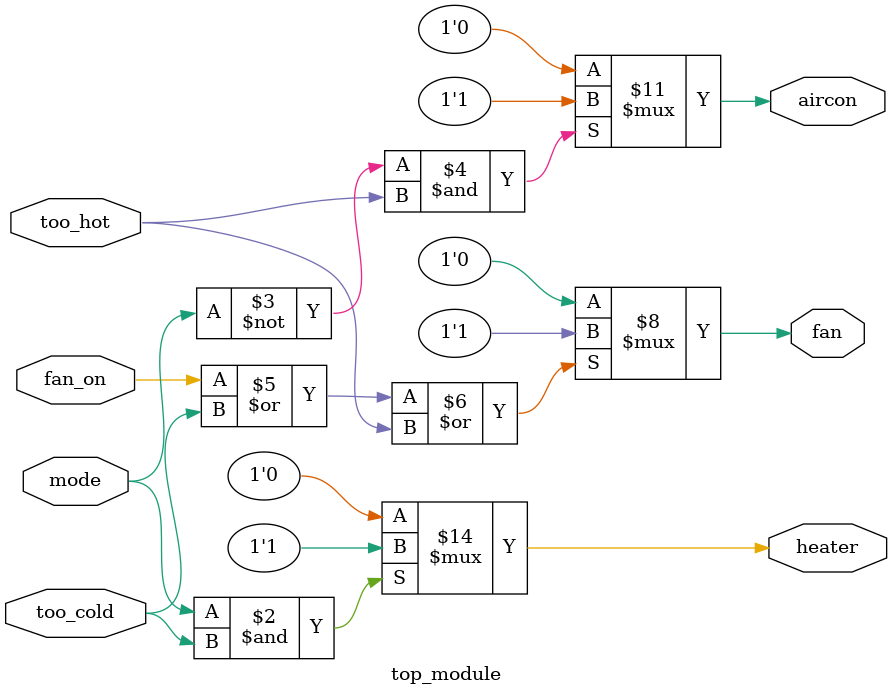
<source format=sv>
module top_module (
    input mode,
    input too_cold,
    input too_hot,
    input fan_on,
    output reg heater,
    output reg aircon,
    output reg fan
);

always @(*) begin
    // Control the heater
    if (mode & too_cold) begin
        heater = 1;
    end else begin
        heater = 0;
    end
    
    // Control the air conditioner
    if (~mode & too_hot) begin
        aircon = 1;
    end else begin
        aircon = 0;
    end

    // Control the fan
    if (fan_on | too_cold | too_hot) begin
        fan = 1;
    end else begin
        fan = 0;
    end
end

endmodule

</source>
